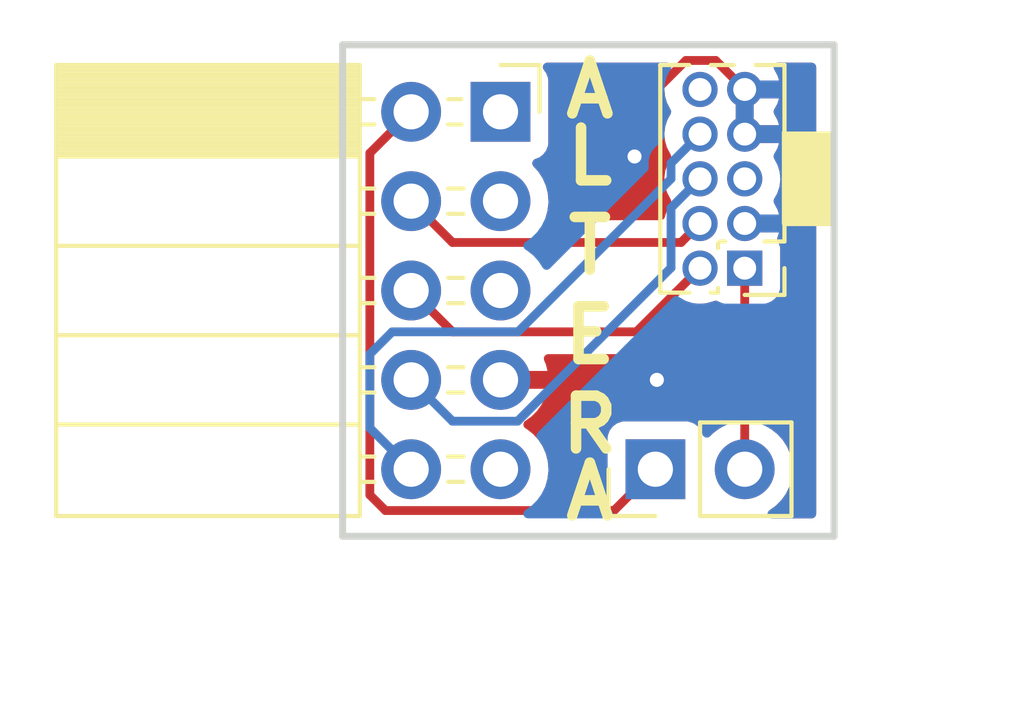
<source format=kicad_pcb>
(kicad_pcb (version 20211014) (generator pcbnew)
  (layers (0 "F.Cu" signal) (31 "B.Cu" signal) (34 "B.Paste" user "B.Plakken") (35 "F.Paste" user "F.Plakken") (36 "B.SilkS" user "B.Silkscreen") (37 "F.SilkS" user "F.Silkscreen") (38 "B.Mask" user) (39 "F.Mask" user "F. masker") (44 "Edge.Cuts" user))
  (net 0 "")
  (net 1 "TMS")
  (net 2 "GND")
  (net 3 "TCK")
  (net 4 "3V3")
  (net 5 "VDD")
  (net 6 "TDO")
  (net 7 "TDI")
  (footprint "Connector_PinHeader_1.27mm:PinHeader_2x05_P1.27mm_Vertical" (layer "F.Cu") (at 128.862016 65.405 180)
    (fp_text reference "J2" hide)
    (fp_text value "Conn_02x05_Odd_Even")
    (fp_line (start 0.76 -0.695) (end 0.96247 -0.695) (layer "F.SilkS") (width 0.12))
    (fp_line (start 0.76 -0.563471) (end 0.76 -0.695) (layer "F.SilkS") (width 0.12))
    (fp_line (start -1.13 0.76) (end -0.563471 0.76) (layer "F.SilkS") (width 0.12))
    (fp_line (start -1.13 -0.76) (end 0 -0.76) (layer "F.SilkS") (width 0.12))
    (fp_line (start 1.57753 5.775) (end 2.4 5.775) (layer "F.SilkS") (width 0.12))
    (fp_line (start -1.13 5.775) (end -0.30753 5.775) (layer "F.SilkS") (width 0.12))
    (fp_line (start 0.30753 5.775) (end 0.96247 5.775) (layer "F.SilkS") (width 0.12))
    (fp_line (start 0.76 0.706529) (end 0.76 0.563471) (layer "F.SilkS") (width 0.12))
    (fp_line (start 1.57753 -0.695) (end 2.4 -0.695) (layer "F.SilkS") (width 0.12))
    (fp_line (start -1.13 0.76) (end -1.13 5.775) (layer "F.SilkS") (width 0.12))
    (fp_line (start 0.563471 0.76) (end 0.706529 0.76) (layer "F.SilkS") (width 0.12))
    (fp_line (start 2.4 -0.695) (end 2.4 5.775) (layer "F.SilkS") (width 0.12))
    (fp_line (start -1.13 0) (end -1.13 -0.76) (layer "F.SilkS") (width 0.12))
    (pad "1" thru_hole rect locked (at 0 0 180) (size 1 1) (drill 0.65) (layers *.Cu *.Mask) (net 5 "VDD"))
    (pad "2" thru_hole oval locked (at 1.27 0 180) (size 1 1) (drill 0.65) (layers *.Cu *.Mask) (net 1 "TMS"))
    (pad "3" thru_hole oval locked (at 0 1.27 180) (size 1 1) (drill 0.65) (layers *.Cu *.Mask) (net 2 "GND"))
    (pad "4" thru_hole oval locked (at 1.27 1.27 180) (size 1 1) (drill 0.65) (layers *.Cu *.Mask) (net 3 "TCK"))
    (pad "5" thru_hole oval locked (at 0 2.54 180) (size 1 1) (drill 0.65) (layers *.Cu *.Mask))
    (pad "6" thru_hole oval locked (at 1.27 2.54 180) (size 1 1) (drill 0.65) (layers *.Cu *.Mask) (net 6 "TDO"))
    (pad "7" thru_hole oval locked (at 0 3.81 180) (size 1 1) (drill 0.65) (layers *.Cu *.Mask) (net 2 "GND"))
    (pad "8" thru_hole oval locked (at 1.27 3.81 180) (size 1 1) (drill 0.65) (layers *.Cu *.Mask) (net 7 "TDI"))
    (pad "9" thru_hole oval locked (at 0 5.08 180) (size 1 1) (drill 0.65) (layers *.Cu *.Mask) (net 2 "GND"))
    (pad "10" thru_hole oval locked (at 1.27 5.08 180) (size 1 1) (drill 0.65) (layers *.Cu *.Mask))
  )
  (footprint "Connector_PinSocket_2.54mm:PinSocket_2x05_P2.54mm_Horizontal" (layer "F.Cu") (at 121.92 60.96)
    (fp_text reference "J1" hide)
    (fp_text value "Conn_02x05_Odd_Even")
    (fp_line (start -12.63 1.1519) (end -4 1.1519) (layer "F.SilkS") (width 0.12))
    (fp_line (start -1.49 5.44) (end -1.05 5.44) (layer "F.SilkS") (width 0.12))
    (fp_line (start -12.63 -0.383335) (end -4 -0.383335) (layer "F.SilkS") (width 0.12))
    (fp_line (start -1.49 7.26) (end -1.05 7.26) (layer "F.SilkS") (width 0.12))
    (fp_line (start -12.63 -0.02905) (end -4 -0.02905) (layer "F.SilkS") (width 0.12))
    (fp_line (start -12.63 3.81) (end -4 3.81) (layer "F.SilkS") (width 0.12))
    (fp_line (start -1.49 0.36) (end -1.11 0.36) (layer "F.SilkS") (width 0.12))
    (fp_line (start -4 10.52) (end -3.59 10.52) (layer "F.SilkS") (width 0.12))
    (fp_line (start -4 7.26) (end -3.59 7.26) (layer "F.SilkS") (width 0.12))
    (fp_line (start -12.63 -0.147145) (end -4 -0.147145) (layer "F.SilkS") (width 0.12))
    (fp_line (start -1.49 10.52) (end -1.05 10.52) (layer "F.SilkS") (width 0.12))
    (fp_line (start -1.49 2.18) (end -1.05 2.18) (layer "F.SilkS") (width 0.12))
    (fp_line (start -12.63 0.20714) (end -4 0.20714) (layer "F.SilkS") (width 0.12))
    (fp_line (start -12.63 0.325235) (end -4 0.325235) (layer "F.SilkS") (width 0.12))
    (fp_line (start -12.63 0.91571) (end -4 0.91571) (layer "F.SilkS") (width 0.12))
    (fp_line (start -12.63 8.89) (end -4 8.89) (layer "F.SilkS") (width 0.12))
    (fp_line (start -12.63 -1.091905) (end -4 -1.091905) (layer "F.SilkS") (width 0.12))
    (fp_line (start -4 5.44) (end -3.59 5.44) (layer "F.SilkS") (width 0.12))
    (fp_line (start -12.63 -0.855715) (end -4 -0.855715) (layer "F.SilkS") (width 0.12))
    (fp_line (start -1.49 7.98) (end -1.05 7.98) (layer "F.SilkS") (width 0.12))
    (fp_line (start 1.11 -1.33) (end 1.11 0) (layer "F.SilkS") (width 0.12))
    (fp_line (start -12.63 0.089045) (end -4 0.089045) (layer "F.SilkS") (width 0.12))
    (fp_line (start -4 0.36) (end -3.59 0.36) (layer "F.SilkS") (width 0.12))
    (fp_line (start -1.49 -0.36) (end -1.11 -0.36) (layer "F.SilkS") (width 0.12))
    (fp_line (start -4 -0.36) (end -3.59 -0.36) (layer "F.SilkS") (width 0.12))
    (fp_line (start -12.63 0.44333) (end -4 0.44333) (layer "F.SilkS") (width 0.12))
    (fp_line (start -4 2.9) (end -3.59 2.9) (layer "F.SilkS") (width 0.12))
    (fp_line (start -12.63 -0.50143) (end -4 -0.50143) (layer "F.SilkS") (width 0.12))
    (fp_line (start -12.63 -0.619525) (end -4 -0.619525) (layer "F.SilkS") (width 0.12))
    (fp_line (start -1.49 4.72) (end -1.05 4.72) (layer "F.SilkS") (width 0.12))
    (fp_line (start -12.63 1.27) (end -4 1.27) (layer "F.SilkS") (width 0.12))
    (fp_line (start -12.63 6.35) (end -4 6.35) (layer "F.SilkS") (width 0.12))
    (fp_line (start -12.63 -0.97381) (end -4 -0.97381) (layer "F.SilkS") (width 0.12))
    (fp_line (start -4 4.72) (end -3.59 4.72) (layer "F.SilkS") (width 0.12))
    (fp_line (start -12.63 11.49) (end -4 11.49) (layer "F.SilkS") (width 0.12))
    (fp_line (start -12.63 0.797615) (end -4 0.797615) (layer "F.SilkS") (width 0.12))
    (fp_line (start -12.63 -1.33) (end -12.63 11.49) (layer "F.SilkS") (width 0.12))
    (fp_line (start -12.63 -0.26524) (end -4 -0.26524) (layer "F.SilkS") (width 0.12))
    (fp_line (start -1.49 2.9) (end -1.05 2.9) (layer "F.SilkS") (width 0.12))
    (fp_line (start -1.49 9.8) (end -1.05 9.8) (layer "F.SilkS") (width 0.12))
    (fp_line (start -12.63 -0.73762) (end -4 -0.73762) (layer "F.SilkS") (width 0.12))
    (fp_line (start -12.63 1.033805) (end -4 1.033805) (layer "F.SilkS") (width 0.12))
    (fp_line (start 0 -1.33) (end 1.11 -1.33) (layer "F.SilkS") (width 0.12))
    (fp_line (start -4 2.18) (end -3.59 2.18) (layer "F.SilkS") (width 0.12))
    (fp_line (start -4 -1.33) (end -4 11.49) (layer "F.SilkS") (width 0.12))
    (fp_line (start -12.63 0.561425) (end -4 0.561425) (layer "F.SilkS") (width 0.12))
    (fp_line (start -4 7.98) (end -3.59 7.98) (layer "F.SilkS") (width 0.12))
    (fp_line (start -12.63 0.67952) (end -4 0.67952) (layer "F.SilkS") (width 0.12))
    (fp_line (start -12.63 -1.21) (end -4 -1.21) (layer "F.SilkS") (width 0.12))
    (fp_line (start -12.63 -1.33) (end -4 -1.33) (layer "F.SilkS") (width 0.12))
    (fp_line (start -4 9.8) (end -3.59 9.8) (layer "F.SilkS") (width 0.12))
    (pad "1" thru_hole rect locked (at 0 0) (size 1.7 1.7) (drill 1) (layers *.Cu *.Mask))
    (pad "2" thru_hole oval locked (at -2.54 0) (size 1.7 1.7) (drill 1) (layers *.Cu *.Mask) (net 4 "3V3"))
    (pad "3" thru_hole oval locked (at 0 2.54) (size 1.7 1.7) (drill 1) (layers *.Cu *.Mask))
    (pad "4" thru_hole oval locked (at -2.54 2.54) (size 1.7 1.7) (drill 1) (layers *.Cu *.Mask) (net 3 "TCK"))
    (pad "5" thru_hole oval locked (at 0 5.08) (size 1.7 1.7) (drill 1) (layers *.Cu *.Mask))
    (pad "6" thru_hole oval locked (at -2.54 5.08) (size 1.7 1.7) (drill 1) (layers *.Cu *.Mask) (net 1 "TMS"))
    (pad "7" thru_hole oval locked (at 0 7.62) (size 1.7 1.7) (drill 1) (layers *.Cu *.Mask) (net 2 "GND"))
    (pad "8" thru_hole oval locked (at -2.54 7.62) (size 1.7 1.7) (drill 1) (layers *.Cu *.Mask) (net 6 "TDO"))
    (pad "9" thru_hole oval locked (at 0 10.16) (size 1.7 1.7) (drill 1) (layers *.Cu *.Mask))
    (pad "10" thru_hole oval locked (at -2.54 10.16) (size 1.7 1.7) (drill 1) (layers *.Cu *.Mask) (net 7 "TDI"))
  )
  (footprint "Connector_PinHeader_2.54mm:PinHeader_1x02_P2.54mm_Vertical" (layer "F.Cu") (at 126.322016 71.12 90)
    (fp_text reference "J3" hide)
    (fp_text value "Conn_01x02_Male")
    (fp_line (start -1.33 0) (end -1.33 -1.33) (layer "F.SilkS") (width 0.12))
    (fp_line (start -1.33 -1.33) (end 0 -1.33) (layer "F.SilkS") (width 0.12))
    (fp_line (start -1.33 3.87) (end 1.33 3.87) (layer "F.SilkS") (width 0.12))
    (fp_line (start -1.33 1.27) (end -1.33 3.87) (layer "F.SilkS") (width 0.12))
    (fp_line (start 1.33 1.27) (end 1.33 3.87) (layer "F.SilkS") (width 0.12))
    (fp_line (start -1.33 1.27) (end 1.33 1.27) (layer "F.SilkS") (width 0.12))
    (pad "1" thru_hole rect locked (at 0 0 90) (size 1.7 1.7) (drill 1) (layers *.Cu *.Mask) (net 4 "3V3"))
    (pad "2" thru_hole oval locked (at 0 2.54 90) (size 1.7 1.7) (drill 1) (layers *.Cu *.Mask) (net 5 "VDD"))
  )
  (gr_rect (start 129.992016 61.595) (end 131.402016 64.135) (layer "F.SilkS") (width 0.15) (fill solid))
  (gr_line (start 131.402016 73.025) (end 131.402016 59.055) (layer "Edge.Cuts") (width 0.2))
  (gr_line (start 131.402016 59.055) (end 117.432016 59.055) (layer "Edge.Cuts") (width 0.2))
  (gr_line (start 117.432016 73.025) (end 131.402016 73.025) (layer "Edge.Cuts") (width 0.2))
  (gr_line (start 117.432016 59.055) (end 117.432016 73.025) (layer "Edge.Cuts") (width 0.2))
  (gr_text "R" (at 124.46 69.85) (layer "F.SilkS") (effects (font (size 1.5 1.5) (thickness 0.3))))
  (gr_text "E" (at 124.46 67.31) (layer "F.SilkS") (effects (font (size 1.5 1.5) (thickness 0.3))))
  (gr_text "A" (at 124.46 71.755) (layer "F.SilkS") (effects (font (size 1.5 1.5) (thickness 0.3))))
  (gr_text "L" (at 124.46 62.23) (layer "F.SilkS") (effects (font (size 1.5 1.5) (thickness 0.3))))
  (gr_text "A" (at 124.46 60.325) (layer "F.SilkS") (effects (font (size 1.5 1.5) (thickness 0.3))))
  (gr_text "T" (at 124.46 64.77) (layer "F.SilkS") (effects (font (size 1.5 1.5) (thickness 0.3))))
  (segment (start 119.38 66.04) (end 120.554511 67.214511) (width 0.25) (layer "F.Cu") (net 1))
  (segment (start 120.554511 67.214511) (end 125.782505 67.214511) (width 0.25) (layer "F.Cu") (net 1))
  (segment (start 125.782505 67.214511) (end 127.592016 65.405) (width 0.25) (layer "F.Cu") (net 1))
  (segment (start 125.73 60.96) (end 125.73 62.23) (width 0.25) (layer "F.Cu") (net 2))
  (segment (start 128.862016 60.325) (end 128.037505 59.500489) (width 0.25) (layer "F.Cu") (net 2))
  (segment (start 128.037505 59.500489) (end 127.189511 59.500489) (width 0.25) (layer "F.Cu") (net 2))
  (segment (start 127.189511 59.500489) (end 125.73 60.96) (width 0.25) (layer "F.Cu") (net 2))
  (via (at 125.73 62.23) (size 0.8) (drill 0.4) (layers "F.Cu" "B.Cu") (net 2))
  (via (at 126.365 68.58) (size 0.8) (drill 0.4) (layers "F.Cu" "B.Cu") (net 2))
  (segment (start 127.052505 64.674511) (end 120.554511 64.674511) (width 0.25) (layer "F.Cu") (net 3))
  (segment (start 127.592016 64.135) (end 127.052505 64.674511) (width 0.25) (layer "F.Cu") (net 3))
  (segment (start 120.554511 64.674511) (end 119.38 63.5) (width 0.25) (layer "F.Cu") (net 3))
  (segment (start 118.649511 72.294511) (end 118.205489 71.850489) (width 0.25) (layer "F.Cu") (net 4))
  (segment (start 125.147505 72.294511) (end 118.649511 72.294511) (width 0.25) (layer "F.Cu") (net 4))
  (segment (start 118.205489 62.134511) (end 119.38 60.96) (width 0.25) (layer "F.Cu") (net 4))
  (segment (start 126.322016 71.12) (end 125.147505 72.294511) (width 0.25) (layer "F.Cu") (net 4))
  (segment (start 118.205489 71.850489) (end 118.205489 62.134511) (width 0.25) (layer "F.Cu") (net 4))
  (segment (start 128.862016 71.12) (end 128.862016 65.405) (width 0.25) (layer "F.Cu") (net 5))
  (segment (start 122.406499 69.754511) (end 126.767505 65.393505) (width 0.25) (layer "B.Cu") (net 6))
  (segment (start 126.767505 63.689511) (end 127.592016 62.865) (width 0.25) (layer "B.Cu") (net 6))
  (segment (start 126.767505 65.393505) (end 126.767505 63.689511) (width 0.25) (layer "B.Cu") (net 6))
  (segment (start 119.38 68.58) (end 120.554511 69.754511) (width 0.25) (layer "B.Cu") (net 6))
  (segment (start 120.554511 69.754511) (end 122.406499 69.754511) (width 0.25) (layer "B.Cu") (net 6))
  (segment (start 122.417994 67.214511) (end 126.767505 62.865) (width 0.25) (layer "B.Cu") (net 7))
  (segment (start 118.840489 67.214511) (end 122.417994 67.214511) (width 0.25) (layer "B.Cu") (net 7))
  (segment (start 119.38 71.12) (end 118.205489 69.945489) (width 0.25) (layer "B.Cu") (net 7))
  (segment (start 118.205489 67.849511) (end 118.840489 67.214511) (width 0.25) (layer "B.Cu") (net 7))
  (segment (start 118.205489 69.945489) (end 118.205489 67.849511) (width 0.25) (layer "B.Cu") (net 7))
  (segment (start 126.767505 62.865) (end 126.767505 62.419511) (width 0.25) (layer "B.Cu") (net 7))
  (segment (start 126.767505 62.419511) (end 127.592016 61.595) (width 0.25) (layer "B.Cu") (net 7))
  (zone (net 2) (net_name "GND") (layers F&B.Cu) (connect_pads (clearance 0.508)) (min_thickness 0.254) (fill yes (thermal_gap 0.508) (thermal_bridge_width 0.508))
    (polygon (pts (xy 131.402016 73.025) (xy 117.432016 73.025) (xy 117.432016 59.055) (xy 131.402016 59.055)))
  )
)
</source>
